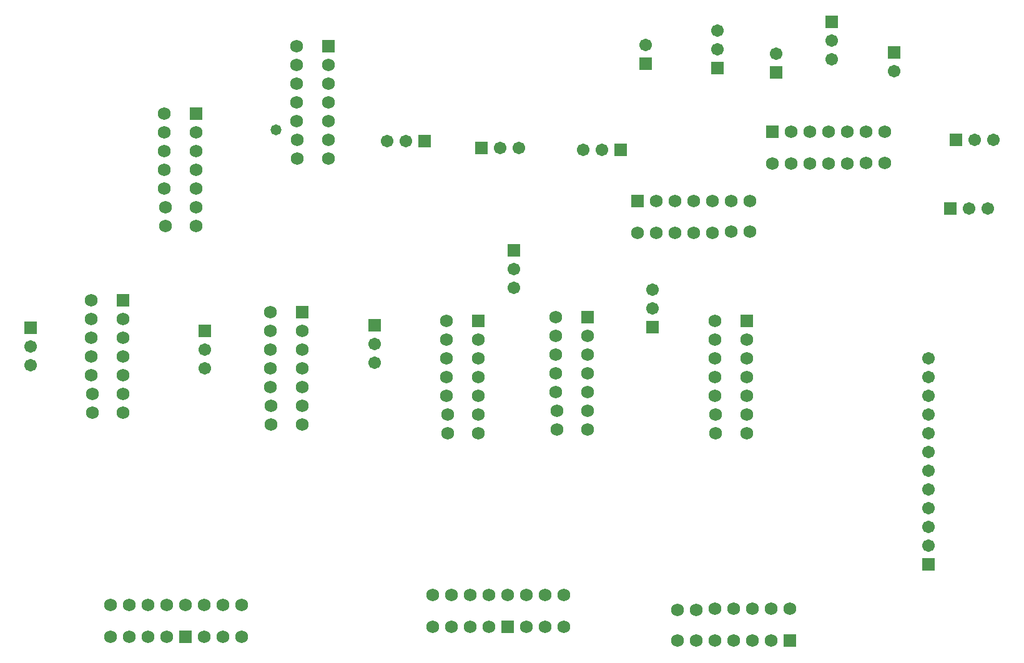
<source format=gbs>
G04*
G04 #@! TF.GenerationSoftware,Altium Limited,Altium Designer,18.0.7 (293)*
G04*
G04 Layer_Color=16711935*
%FSLAX25Y25*%
%MOIN*%
G70*
G01*
G75*
%ADD12R,0.06706X0.06706*%
%ADD13C,0.06706*%
%ADD14C,0.06800*%
%ADD15R,0.06800X0.06800*%
%ADD16R,0.06706X0.06706*%
%ADD17R,0.06800X0.06800*%
%ADD18C,0.05800*%
D12*
X486235Y444567D02*
D03*
X489936Y303956D02*
D03*
X637194Y177343D02*
D03*
X585680Y466880D02*
D03*
X556078Y439766D02*
D03*
X524626Y442079D02*
D03*
X619118Y450417D02*
D03*
X415930Y344770D02*
D03*
X341749Y304902D02*
D03*
X250953Y302020D02*
D03*
X157996Y303461D02*
D03*
D13*
X486235Y454567D02*
D03*
X489936Y323956D02*
D03*
Y313956D02*
D03*
X637194Y287343D02*
D03*
Y277343D02*
D03*
Y267343D02*
D03*
Y257343D02*
D03*
Y247343D02*
D03*
Y237343D02*
D03*
Y227343D02*
D03*
Y217343D02*
D03*
Y207343D02*
D03*
Y197343D02*
D03*
Y187343D02*
D03*
X659000Y367289D02*
D03*
X669000D02*
D03*
X661850Y403954D02*
D03*
X671850D02*
D03*
X452809Y398669D02*
D03*
X462809D02*
D03*
X585680Y456880D02*
D03*
Y446880D02*
D03*
X556078Y449766D02*
D03*
X524626Y462079D02*
D03*
Y452079D02*
D03*
X619118Y440417D02*
D03*
X408764Y399389D02*
D03*
X418764D02*
D03*
X358349Y403352D02*
D03*
X348349D02*
D03*
X415930Y334770D02*
D03*
Y324770D02*
D03*
X341749Y294902D02*
D03*
Y284902D02*
D03*
X250953Y292020D02*
D03*
Y282020D02*
D03*
X157996Y293461D02*
D03*
Y283461D02*
D03*
D14*
X300454Y393889D02*
D03*
Y403889D02*
D03*
X299954Y413889D02*
D03*
Y423889D02*
D03*
Y433889D02*
D03*
Y443889D02*
D03*
Y453889D02*
D03*
X316954Y443889D02*
D03*
Y433889D02*
D03*
Y423889D02*
D03*
Y413889D02*
D03*
Y403889D02*
D03*
Y393889D02*
D03*
X229835Y357860D02*
D03*
Y367860D02*
D03*
X229335Y377860D02*
D03*
Y387860D02*
D03*
Y397860D02*
D03*
Y407860D02*
D03*
Y417860D02*
D03*
X246335Y407860D02*
D03*
Y397860D02*
D03*
Y387860D02*
D03*
Y377860D02*
D03*
Y367860D02*
D03*
Y357860D02*
D03*
X372544Y160871D02*
D03*
X442544D02*
D03*
X432544D02*
D03*
X422544D02*
D03*
X412544D02*
D03*
X402544D02*
D03*
X392544D02*
D03*
X382544D02*
D03*
X442544Y143871D02*
D03*
X432544D02*
D03*
X422544D02*
D03*
X402544D02*
D03*
X392544D02*
D03*
X372544D02*
D03*
X382544D02*
D03*
X200777Y155532D02*
D03*
X270777D02*
D03*
X260777D02*
D03*
X250777D02*
D03*
X240777D02*
D03*
X230777D02*
D03*
X220777D02*
D03*
X210777D02*
D03*
X270777Y138532D02*
D03*
X260777D02*
D03*
X250777D02*
D03*
X230777D02*
D03*
X220777D02*
D03*
X200777D02*
D03*
X210777D02*
D03*
X613948Y391594D02*
D03*
X603948D02*
D03*
X593948Y391094D02*
D03*
X583948D02*
D03*
X573948D02*
D03*
X563948D02*
D03*
X553948D02*
D03*
X563948Y408094D02*
D03*
X573948D02*
D03*
X583948D02*
D03*
X593948D02*
D03*
X603948D02*
D03*
X613948D02*
D03*
X541898Y354786D02*
D03*
X531898D02*
D03*
X521898Y354286D02*
D03*
X511898D02*
D03*
X501898D02*
D03*
X491898D02*
D03*
X481898D02*
D03*
X491898Y371286D02*
D03*
X501898D02*
D03*
X511898D02*
D03*
X521898D02*
D03*
X531898D02*
D03*
X541898D02*
D03*
X503339Y152871D02*
D03*
X513339D02*
D03*
X523339Y153371D02*
D03*
X533339D02*
D03*
X543339D02*
D03*
X553339D02*
D03*
X563339D02*
D03*
X553339Y136371D02*
D03*
X543339D02*
D03*
X533339D02*
D03*
X523339D02*
D03*
X513339D02*
D03*
X503339D02*
D03*
X190923Y258329D02*
D03*
Y268329D02*
D03*
X190423Y278329D02*
D03*
Y288329D02*
D03*
Y298329D02*
D03*
Y308329D02*
D03*
Y318329D02*
D03*
X207423Y308329D02*
D03*
Y298329D02*
D03*
Y288329D02*
D03*
Y278329D02*
D03*
Y268329D02*
D03*
Y258329D02*
D03*
X380466Y247305D02*
D03*
Y257305D02*
D03*
X379966Y267305D02*
D03*
Y277305D02*
D03*
Y287305D02*
D03*
Y297305D02*
D03*
Y307305D02*
D03*
X396966Y297305D02*
D03*
Y287305D02*
D03*
Y277305D02*
D03*
Y267305D02*
D03*
Y257305D02*
D03*
Y247305D02*
D03*
X286336Y251932D02*
D03*
Y261932D02*
D03*
X285836Y271932D02*
D03*
Y281932D02*
D03*
Y291932D02*
D03*
Y301932D02*
D03*
Y311932D02*
D03*
X302836Y301932D02*
D03*
Y291932D02*
D03*
Y281932D02*
D03*
Y271932D02*
D03*
Y261932D02*
D03*
Y251932D02*
D03*
X438809Y249049D02*
D03*
Y259049D02*
D03*
X438309Y269049D02*
D03*
Y279049D02*
D03*
Y289049D02*
D03*
Y299049D02*
D03*
Y309049D02*
D03*
X455309Y299049D02*
D03*
Y289049D02*
D03*
Y279049D02*
D03*
Y269049D02*
D03*
Y259049D02*
D03*
Y249049D02*
D03*
X523701Y247064D02*
D03*
Y257064D02*
D03*
X523201Y267064D02*
D03*
Y277064D02*
D03*
Y287064D02*
D03*
Y297064D02*
D03*
Y307064D02*
D03*
X540201Y297064D02*
D03*
Y287064D02*
D03*
Y277064D02*
D03*
Y267064D02*
D03*
Y257064D02*
D03*
Y247064D02*
D03*
D15*
X316954Y453889D02*
D03*
X246335Y417860D02*
D03*
X207423Y318329D02*
D03*
X396966Y307305D02*
D03*
X302836Y311932D02*
D03*
X455309Y309049D02*
D03*
X540201Y307064D02*
D03*
D16*
X649000Y367289D02*
D03*
X651850Y403954D02*
D03*
X472809Y398669D02*
D03*
X398764Y399389D02*
D03*
X368349Y403352D02*
D03*
D17*
X412544Y143871D02*
D03*
X240777Y138532D02*
D03*
X553948Y408094D02*
D03*
X481898Y371286D02*
D03*
X563339Y136371D02*
D03*
D18*
X288900Y409300D02*
D03*
M02*

</source>
